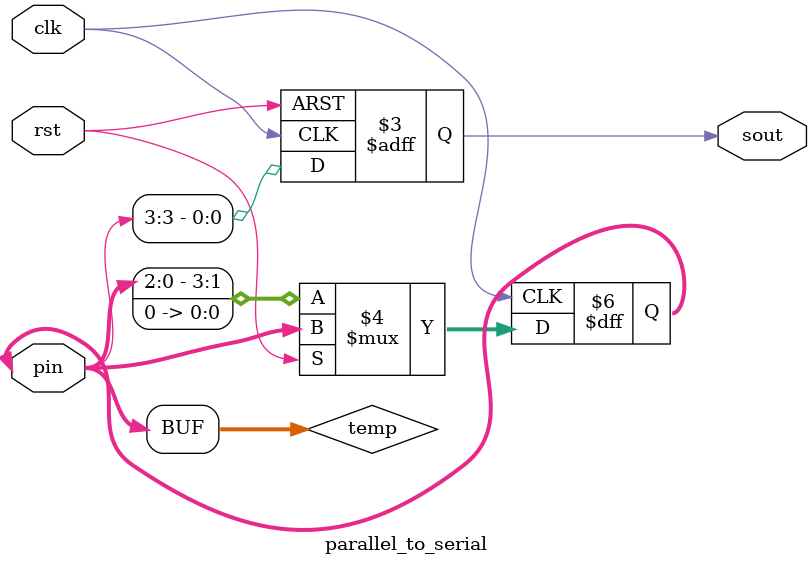
<source format=v>
module parallel_to_serial (sout,
                           clk,
                           rst,
                           pin);
    input clk, rst;
    input [3:0] pin;
    output sout;
    reg sout;
    reg [3:0] temp;
    
    always @(pin) begin
        temp <= pin;
    end
    
    always @(posedge clk or posedge rst) begin
        if (rst) begin
            sout <= 0;
        end
        else begin
            sout      <= temp[3];
            temp[3:0] <= {temp[2:0], 1'b0};
        end
    end
    
endmodule //parallel_to_serial

</source>
